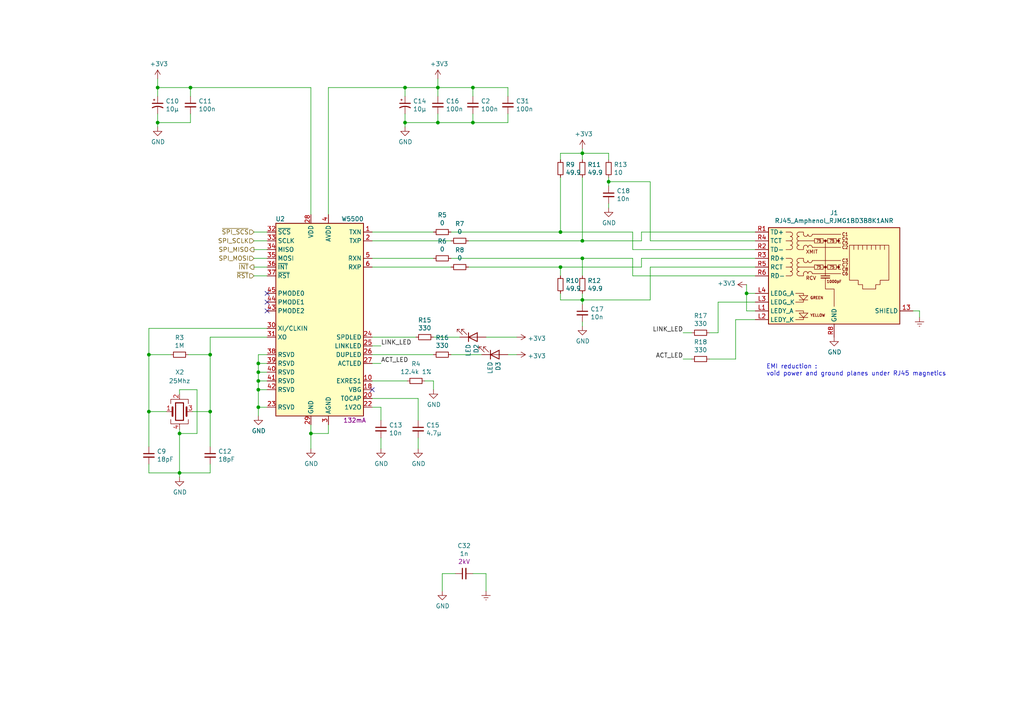
<source format=kicad_sch>
(kicad_sch (version 20200714) (host eeschema "5.99.0-unknown-039b6fd~102~ubuntu18.04.1")
  (page 2 4)
  (paper "A4")
  (title_block (title "picoHSM") (date "2020-09-11") (rev "v1.0") (company "Ledger"))
  (lib_symbols
    (symbol "Connector:RJ45_Amphenol_RJMG1BD3B8K1ANR" (pin_names (offset 0.508))
      (property "Reference" "J" (at 19.05 15.24 0))
      (property "Value" "RJ45_Amphenol_RJMG1BD3B8K1ANR" (at -19.05 15.24 0))
      (symbol "RJ45_Amphenol_RJMG1BD3B8K1ANR_0_1"
        (arc (start -12.7 0) (end -12.7 1.27) (radius (at -12.7 0.635) (length 0.635) (angles -89.9 89.9)))
        (arc (start -12.7 1.27) (end -12.7 2.54) (radius (at -12.7 1.905) (length 0.635) (angles -89.9 89.9)))
        (arc (start -12.7 2.54) (end -12.7 3.81) (radius (at -12.7 3.175) (length 0.635) (angles -89.9 89.9)))
        (arc (start -12.7 3.81) (end -12.7 5.08) (radius (at -12.7 4.445) (length 0.635) (angles -89.9 89.9)))
        (arc (start -12.7 7.62) (end -12.7 8.89) (radius (at -12.7 8.255) (length 0.635) (angles -89.9 89.9)))
        (arc (start -12.7 8.89) (end -12.7 10.16) (radius (at -12.7 9.525) (length 0.635) (angles -89.9 89.9)))
        (arc (start -12.7 10.16) (end -12.7 11.43) (radius (at -12.7 10.795) (length 0.635) (angles -89.9 89.9)))
        (arc (start -12.7 11.43) (end -12.7 12.7) (radius (at -12.7 12.065) (length 0.635) (angles -89.9 89.9)))
        (arc (start -10.16 1.27) (end -10.16 0) (radius (at -10.16 0.635) (length 0.635) (angles 90.1 -90.1)))
        (arc (start -10.16 2.54) (end -10.16 1.27) (radius (at -10.16 1.905) (length 0.635) (angles 90.1 -90.1)))
        (arc (start -10.16 3.81) (end -10.16 2.54) (radius (at -10.16 3.175) (length 0.635) (angles 90.1 -90.1)))
        (arc (start -10.16 5.08) (end -10.16 3.81) (radius (at -10.16 4.445) (length 0.635) (angles 90.1 -90.1)))
        (arc (start -10.16 8.89) (end -10.16 7.62) (radius (at -10.16 8.255) (length 0.635) (angles 90.1 -90.1)))
        (arc (start -10.16 10.16) (end -10.16 8.89) (radius (at -10.16 9.525) (length 0.635) (angles 90.1 -90.1)))
        (arc (start -10.16 11.43) (end -10.16 10.16) (radius (at -10.16 10.795) (length 0.635) (angles 90.1 -90.1)))
        (arc (start -10.16 12.7) (end -10.16 11.43) (radius (at -10.16 12.065) (length 0.635) (angles 90.1 -90.1)))
        (arc (start -7.62 0.635) (end -8.89 0.635) (radius (at -8.255 0.635) (length 0.635) (angles 0.1 179.9)))
        (arc (start -8.89 4.445) (end -7.62 4.445) (radius (at -8.255 4.445) (length 0.635) (angles -179.9 -0.1)))
        (arc (start -7.62 8.255) (end -8.89 8.255) (radius (at -8.255 8.255) (length 0.635) (angles 0.1 179.9)))
        (arc (start -8.89 12.065) (end -7.62 12.065) (radius (at -8.255 12.065) (length 0.635) (angles -179.9 -0.1)))
        (arc (start -6.35 0.635) (end -7.62 0.635) (radius (at -6.985 0.635) (length 0.635) (angles 0.1 179.9)))
        (arc (start -7.62 4.445) (end -6.35 4.445) (radius (at -6.985 4.445) (length 0.635) (angles -179.9 -0.1)))
        (arc (start -6.35 8.255) (end -7.62 8.255) (radius (at -6.985 8.255) (length 0.635) (angles 0.1 179.9)))
        (arc (start -7.62 12.065) (end -6.35 12.065) (radius (at -6.985 12.065) (length 0.635) (angles -179.9 -0.1)))
        (rectangle (start -19.05 -13.97) (end 19.05 13.97) (stroke (width 0.254)) (fill (type background)))
        (rectangle (start -5.715 3.175) (end -3.175 1.905))
        (rectangle (start -5.715 10.795) (end -3.175 9.525))
        (rectangle (start -1.905 3.175) (end 0.635 1.905))
        (rectangle (start -1.905 10.795) (end 0.635 9.525))
        (polyline (pts (xy -12.7 0) (xy -13.97 0)))
        (polyline (pts (xy -12.7 2.54) (xy -13.97 2.54)))
        (polyline (pts (xy -12.7 5.08) (xy -13.97 5.08)))
        (polyline (pts (xy -12.7 7.62) (xy -13.97 7.62)))
        (polyline (pts (xy -12.7 10.16) (xy -13.97 10.16)))
        (polyline (pts (xy -12.7 12.7) (xy -13.97 12.7)))
        (polyline (pts (xy -6.35 0.635) (xy 1.905 0.635)))
        (polyline (pts (xy -6.35 4.445) (xy 1.905 4.445)))
        (polyline (pts (xy -6.35 8.255) (xy 1.905 8.255)))
        (polyline (pts (xy -6.35 12.065) (xy 1.905 12.065)))
        (polyline (pts (xy -5.715 2.54) (xy -10.16 2.54)))
        (polyline (pts (xy -5.715 10.16) (xy -10.16 10.16)))
        (polyline (pts (xy -3.175 2.54) (xy -1.905 2.54)))
        (polyline (pts (xy -3.175 10.16) (xy -1.905 10.16)))
        (polyline (pts (xy 5.715 7.62) (xy 5.715 8.89)))
        (polyline (pts (xy 6.985 8.89) (xy 6.985 7.62)))
        (polyline (pts (xy 8.255 8.89) (xy 8.255 7.62)))
        (polyline (pts (xy 9.525 8.89) (xy 9.525 7.62)))
        (polyline (pts (xy 10.795 8.89) (xy 10.795 7.62)))
        (polyline (pts (xy 12.065 8.89) (xy 12.065 7.62)))
        (polyline (pts (xy 13.335 7.62) (xy 13.335 8.89)))
        (polyline (pts (xy 14.605 7.62) (xy 14.605 8.89)))
        (polyline (pts (xy -10.16 5.08) (xy -8.89 5.08) (xy -8.89 4.445)))
        (polyline (pts (xy -10.16 12.7) (xy -8.89 12.7) (xy -8.89 12.065)))
        (polyline (pts (xy -8.89 0.635) (xy -8.89 0) (xy -10.16 0)))
        (polyline (pts (xy -8.89 8.255) (xy -8.89 7.62) (xy -10.16 7.62)))
        (polyline (pts (xy 4.445 8.89) (xy 15.875 8.89) (xy 15.875 -1.27) (xy 13.335 -1.27) (xy 13.335 -2.54) (xy 12.065 -2.54) (xy 12.065 -3.81) (xy 8.255 -3.81) (xy 8.255 -2.54) (xy 6.985 -2.54) (xy 6.985 -1.27) (xy 4.445 -1.27) (xy 4.445 8.89)))
      )
      (symbol "RJ45_Amphenol_RJMG1BD3B8K1ANR_0_0"
        (circle (center -2.54 2.54) (radius 0.254) (stroke (width 0.254)) (fill (type outline)))
        (circle (center -2.54 10.16) (radius 0.254) (stroke (width 0.254)) (fill (type outline)))
        (circle (center 1.27 2.54) (radius 0.254) (stroke (width 0.254)) (fill (type outline)))
        (circle (center 1.27 10.16) (radius 0.254) (stroke (width 0.254)) (fill (type outline)))
        (text "1000pF" (at 0 -1.651 0) (effects (font (size 0.762 0.762))))
        (text "75" (at -4.445 2.54 0) (effects (font (size 0.762 0.762))))
        (text "75" (at -4.445 10.16 0) (effects (font (size 0.762 0.762))))
        (text "75" (at -0.635 2.54 0) (effects (font (size 0.762 0.762))))
        (text "75" (at -0.635 10.16 0) (effects (font (size 0.762 0.762))))
        (text "C1" (at 3.175 12.065 0) (effects (font (size 0.889 0.889))))
        (text "C2" (at 3.175 8.255 0) (effects (font (size 0.889 0.889))))
        (text "C3" (at 3.175 4.445 0) (effects (font (size 0.889 0.889))))
        (text "C4" (at 3.175 10.795 0) (effects (font (size 0.889 0.889))))
        (text "C5" (at 3.175 9.525 0) (effects (font (size 0.889 0.889))))
        (text "C6" (at 3.175 0.635 0) (effects (font (size 0.889 0.889))))
        (text "C7" (at 3.175 3.175 0) (effects (font (size 0.889 0.889))))
        (text "C8" (at 3.175 1.905 0) (effects (font (size 0.889 0.889))))
        (text "GREEN" (at -6.985 -6.35 0) (effects (font (size 0.762 0.762)) (justify left)))
        (text "RCV" (at -8.255 -0.635 0) (effects (font (size 1.016 1.016)) (justify left)))
        (text "XMIT" (at -8.255 6.985 0) (effects (font (size 1.016 1.016)) (justify left)))
        (text "YELLOW" (at -6.985 -11.43 0) (effects (font (size 0.762 0.762)) (justify left)))
        (polyline (pts (xy -7.62 -12.065) (xy -10.16 -12.065)))
        (polyline (pts (xy -7.62 -6.985) (xy -10.16 -6.985)))
        (polyline (pts (xy -2.54 10.16) (xy -2.54 0)))
        (polyline (pts (xy -1.27 -0.635) (xy -3.81 -0.635)) (stroke (width 0.254)))
        (polyline (pts (xy -1.27 0) (xy -3.81 0)) (stroke (width 0.254)))
        (polyline (pts (xy 1.27 2.54) (xy 0.635 2.54)))
        (polyline (pts (xy 1.27 10.16) (xy 0.635 10.16)))
        (polyline (pts (xy -11.176 -12.7) (xy -8.89 -12.7) (xy -8.89 -12.065)))
        (polyline (pts (xy -11.176 -10.16) (xy -8.89 -10.16) (xy -8.89 -10.795)))
        (polyline (pts (xy -11.176 -5.08) (xy -8.89 -5.08) (xy -8.89 -5.715)))
        (polyline (pts (xy -8.89 -6.985) (xy -8.89 -7.62) (xy -11.176 -7.62)))
        (polyline (pts (xy -10.16 -5.715) (xy -7.62 -5.715) (xy -8.89 -6.985) (xy -10.16 -5.715)))
        (polyline (pts (xy -7.62 -10.795) (xy -10.16 -10.795) (xy -8.89 -12.065) (xy -7.62 -10.795)))
        (polyline (pts (xy -2.54 -0.635) (xy -2.54 -3.81) (xy 0 -3.81) (xy 0 -8.89)))
        (polyline (pts (xy 1.905 3.175) (xy 1.27 3.175) (xy 1.27 1.905) (xy 1.905 1.905)))
        (polyline (pts (xy 1.905 10.795) (xy 1.27 10.795) (xy 1.27 9.525) (xy 1.905 9.525)))
      )
      (symbol "RJ45_Amphenol_RJMG1BD3B8K1ANR_1_1"
        (pin passive line (at 22.86 -10.16 180) (length 3.81) (name "SHIELD") (number "13"))
        (pin passive line (at -22.86 -10.16 0) (length 3.81) (name "LEDY_A") (number "L1"))
        (pin passive line (at -22.86 -12.7 0) (length 3.81) (name "LEDY_K") (number "L2"))
        (pin passive line (at -22.86 -7.62 0) (length 3.81) (name "LEDG_K") (number "L3"))
        (pin passive line (at -22.86 -5.08 0) (length 3.81) (name "LEDG_A") (number "L4"))
        (pin passive line (at -22.86 12.7 0) (length 3.81) (name "TD+") (number "R1"))
        (pin passive line (at -22.86 7.62 0) (length 3.81) (name "TD-") (number "R2"))
        (pin passive line (at -22.86 5.08 0) (length 3.81) (name "RD+") (number "R3"))
        (pin passive line (at -22.86 10.16 0) (length 3.81) (name "TCT") (number "R4"))
        (pin passive line (at -22.86 2.54 0) (length 3.81) (name "RCT") (number "R5"))
        (pin passive line (at -22.86 0 0) (length 3.81) (name "RD-") (number "R6"))
        (pin unconnected line (at 5.08 -5.08 0) (length 0) hide (name "NC") (number "R7"))
        (pin power_in line (at 0 -17.78 90) (length 3.81) (name "GND") (number "R8"))
      )
    )
    (symbol "Device:CP1_Small" (pin_numbers hide) (pin_names (offset 0.254) hide)
      (property "Reference" "C" (at 0.254 1.778 0))
      (property "Value" "CP1_Small" (at 0.254 -2.032 0))
      (symbol "CP1_Small_0_1"
        (arc (start -1.524 -0.762) (end 1.524 -0.762) (radius (at 0 -3.556) (length 3.175) (angles 118.6 61.4)) (stroke (width 0.3048)))
        (polyline (pts (xy -1.524 0.508) (xy 1.524 0.508)) (stroke (width 0.3048)))
        (polyline (pts (xy -1.27 1.524) (xy -0.762 1.524)))
        (polyline (pts (xy -1.016 1.27) (xy -1.016 1.778)))
      )
      (symbol "CP1_Small_1_1"
        (pin passive line (at 0 2.54 270) (length 2.032) (name "~") (number "1"))
        (pin passive line (at 0 -2.54 90) (length 2.032) (name "~") (number "2"))
      )
    )
    (symbol "Device:C_Small" (pin_numbers hide) (pin_names (offset 0.254) hide)
      (property "Reference" "C" (at 0.254 1.778 0))
      (property "Value" "C_Small" (at 0.254 -2.032 0))
      (symbol "C_Small_0_1"
        (polyline (pts (xy -1.524 -0.508) (xy 1.524 -0.508)) (stroke (width 0.3302)))
        (polyline (pts (xy -1.524 0.508) (xy 1.524 0.508)) (stroke (width 0.3048)))
      )
      (symbol "C_Small_1_1"
        (pin passive line (at 0 2.54 270) (length 2.032) (name "~") (number "1"))
        (pin passive line (at 0 -2.54 90) (length 2.032) (name "~") (number "2"))
      )
    )
    (symbol "Device:Crystal_GND24" (pin_names hide)
      (property "Reference" "Y" (at 3.175 5.08 0))
      (property "Value" "Crystal_GND24" (at 3.175 3.175 0))
      (symbol "Crystal_GND24_0_1"
        (rectangle (start -1.143 2.54) (end 1.143 -2.54) (stroke (width 0.3048)))
        (polyline (pts (xy -2.54 0) (xy -2.032 0)))
        (polyline (pts (xy -2.032 -1.27) (xy -2.032 1.27)) (stroke (width 0.508)))
        (polyline (pts (xy 0 -3.81) (xy 0 -3.556)))
        (polyline (pts (xy 0 3.556) (xy 0 3.81)))
        (polyline (pts (xy 2.032 -1.27) (xy 2.032 1.27)) (stroke (width 0.508)))
        (polyline (pts (xy 2.032 0) (xy 2.54 0)))
        (polyline (pts (xy -2.54 -2.286) (xy -2.54 -3.556) (xy 2.54 -3.556) (xy 2.54 -2.286)))
        (polyline (pts (xy -2.54 2.286) (xy -2.54 3.556) (xy 2.54 3.556) (xy 2.54 2.286)))
      )
      (symbol "Crystal_GND24_1_1"
        (pin passive line (at -3.81 0 0) (length 1.27) (name "1") (number "1"))
        (pin passive line (at 0 5.08 270) (length 1.27) (name "2") (number "2"))
        (pin passive line (at 3.81 0 180) (length 1.27) (name "3") (number "3"))
        (pin passive line (at 0 -5.08 90) (length 1.27) (name "4") (number "4"))
      )
    )
    (symbol "Device:LED" (pin_numbers hide) (pin_names hide)
      (property "Reference" "D" (at 0 2.54 0))
      (property "Value" "LED" (at 0 -2.54 0))
      (symbol "LED_0_1"
        (polyline (pts (xy -1.27 -1.27) (xy -1.27 1.27)) (stroke (width 0.254)))
        (polyline (pts (xy -1.27 0) (xy 1.27 0)))
        (polyline (pts (xy 1.27 -1.27) (xy 1.27 1.27) (xy -1.27 0) (xy 1.27 -1.27)) (stroke (width 0.254)))
        (polyline (pts (xy -3.048 -0.762) (xy -4.572 -2.286) (xy -3.81 -2.286) (xy -4.572 -2.286) (xy -4.572 -1.524)))
        (polyline (pts (xy -1.778 -0.762) (xy -3.302 -2.286) (xy -2.54 -2.286) (xy -3.302 -2.286) (xy -3.302 -1.524)))
      )
      (symbol "LED_1_1"
        (pin passive line (at -3.81 0 0) (length 2.54) (name "K") (number "1"))
        (pin passive line (at 3.81 0 180) (length 2.54) (name "A") (number "2"))
      )
    )
    (symbol "Device:R_Small" (pin_numbers hide) (pin_names (offset 0.254) hide)
      (property "Reference" "R" (at 0.762 0.508 0))
      (property "Value" "R_Small" (at 0.762 -1.016 0))
      (symbol "R_Small_0_1"
        (rectangle (start -0.762 1.778) (end 0.762 -1.778) (stroke (width 0.2032)))
      )
      (symbol "R_Small_1_1"
        (pin passive line (at 0 2.54 270) (length 0.762) (name "~") (number "1"))
        (pin passive line (at 0 -2.54 90) (length 0.762) (name "~") (number "2"))
      )
    )
    (symbol "Interface_Ethernet:W5500" (pin_names (offset 0.508))
      (property "Reference" "U" (at -11.43 29.21 0))
      (property "Value" "W5500" (at 8.89 29.21 0))
      (symbol "W5500_0_1"
        (rectangle (start -12.7 27.94) (end 12.7 -27.94) (stroke (width 0.254)) (fill (type background)))
      )
      (symbol "W5500_1_1"
        (pin output line (at 15.24 25.4 180) (length 2.54) (name "TXN") (number "1"))
        (pin passive line (at 15.24 -17.78 180) (length 2.54) (name "EXRES1") (number "10"))
        (pin passive line (at 2.54 30.48 270) (length 2.54) hide (name "AVDD") (number "11"))
        (pin unconnected line (at 12.7 7.62 180) (length 2.54) hide (name "NC") (number "12"))
        (pin unconnected line (at 12.7 5.08 180) (length 2.54) hide (name "NC") (number "13"))
        (pin passive line (at 2.54 -30.48 90) (length 2.54) hide (name "AGND") (number "14"))
        (pin passive line (at 2.54 30.48 270) (length 2.54) hide (name "AVDD") (number "15"))
        (pin passive line (at 2.54 -30.48 90) (length 2.54) hide (name "AGND") (number "16"))
        (pin passive line (at 2.54 30.48 270) (length 2.54) hide (name "AVDD") (number "17"))
        (pin passive line (at 15.24 -20.32 180) (length 2.54) (name "VBG") (number "18"))
        (pin passive line (at 2.54 -30.48 90) (length 2.54) hide (name "AGND") (number "19"))
        (pin output line (at 15.24 22.86 180) (length 2.54) (name "TXP") (number "2"))
        (pin passive line (at 15.24 -22.86 180) (length 2.54) (name "TOCAP") (number "20"))
        (pin passive line (at 2.54 30.48 270) (length 2.54) hide (name "AVDD") (number "21"))
        (pin output line (at 15.24 -25.4 180) (length 2.54) (name "1V2O") (number "22"))
        (pin input line (at -15.24 -25.4 0) (length 2.54) (name "RSVD") (number "23"))
        (pin output line (at 15.24 -5.08 180) (length 2.54) (name "SPDLED") (number "24"))
        (pin output line (at 15.24 -7.62 180) (length 2.54) (name "LINKLED") (number "25"))
        (pin output line (at 15.24 -10.16 180) (length 2.54) (name "DUPLED") (number "26"))
        (pin output line (at 15.24 -12.7 180) (length 2.54) (name "ACTLED") (number "27"))
        (pin power_in line (at -2.54 30.48 270) (length 2.54) (name "VDD") (number "28"))
        (pin power_in line (at -2.54 -30.48 90) (length 2.54) (name "GND") (number "29"))
        (pin power_in line (at 2.54 -30.48 90) (length 2.54) (name "AGND") (number "3"))
        (pin input line (at -15.24 -2.54 0) (length 2.54) (name "XI/CLKIN") (number "30"))
        (pin output line (at -15.24 -5.08 0) (length 2.54) (name "XO") (number "31"))
        (pin input line (at -15.24 25.4 0) (length 2.54) (name "~SCS") (number "32"))
        (pin input line (at -15.24 22.86 0) (length 2.54) (name "SCLK") (number "33"))
        (pin output line (at -15.24 20.32 0) (length 2.54) (name "MISO") (number "34"))
        (pin input line (at -15.24 17.78 0) (length 2.54) (name "MOSI") (number "35"))
        (pin input line (at -15.24 15.24 0) (length 2.54) (name "~INT") (number "36"))
        (pin input line (at -15.24 12.7 0) (length 2.54) (name "~RST") (number "37"))
        (pin input line (at -15.24 -10.16 0) (length 2.54) (name "RSVD") (number "38"))
        (pin input line (at -15.24 -12.7 0) (length 2.54) (name "RSVD") (number "39"))
        (pin power_in line (at 2.54 30.48 270) (length 2.54) (name "AVDD") (number "4"))
        (pin input line (at -15.24 -15.24 0) (length 2.54) (name "RSVD") (number "40"))
        (pin input line (at -15.24 -17.78 0) (length 2.54) (name "RSVD") (number "41"))
        (pin input line (at -15.24 -20.32 0) (length 2.54) (name "RSVD") (number "42"))
        (pin input line (at -15.24 2.54 0) (length 2.54) (name "PMODE2") (number "43"))
        (pin input line (at -15.24 5.08 0) (length 2.54) (name "PMODE1") (number "44"))
        (pin input line (at -15.24 7.62 0) (length 2.54) (name "PMODE0") (number "45"))
        (pin unconnected line (at 12.7 2.54 180) (length 2.54) hide (name "NC") (number "46"))
        (pin unconnected line (at 12.7 0 180) (length 2.54) hide (name "NC") (number "47"))
        (pin passive line (at 2.54 -30.48 90) (length 2.54) hide (name "AGND") (number "48"))
        (pin input line (at 15.24 17.78 180) (length 2.54) (name "RXN") (number "5"))
        (pin input line (at 15.24 15.24 180) (length 2.54) (name "RXP") (number "6"))
        (pin unconnected line (at 12.7 10.16 180) (length 2.54) hide (name "DNC") (number "7"))
        (pin passive line (at 2.54 30.48 270) (length 2.54) hide (name "AVDD") (number "8"))
        (pin passive line (at 2.54 -30.48 90) (length 2.54) hide (name "AGND") (number "9"))
      )
    )
    (symbol "power:+3V3" (power) (pin_names (offset 0))
      (property "Value" "+3V3" (at 0 3.556 0))
      (symbol "+3V3_0_1"
        (polyline (pts (xy -0.762 1.27) (xy 0 2.54)))
        (polyline (pts (xy 0 0) (xy 0 2.54)))
        (polyline (pts (xy 0 2.54) (xy 0.762 1.27)))
      )
      (symbol "+3V3_1_1"
        (pin power_in line (at 0 0 90) (length 0) hide (name "+3V3") (number "1"))
      )
    )
    (symbol "power:Earth" (power) (pin_names (offset 0))
      (symbol "Earth_0_1"
        (polyline (pts (xy -0.635 -1.905) (xy 0.635 -1.905)))
        (polyline (pts (xy -0.127 -2.54) (xy 0.127 -2.54)))
        (polyline (pts (xy 0 -1.27) (xy 0 0)))
        (polyline (pts (xy 1.27 -1.27) (xy -1.27 -1.27)))
      )
      (symbol "Earth_1_1"
        (pin power_in line (at 0 0 270) (length 0) hide (name "Earth") (number "1"))
      )
    )
    (symbol "power:GND" (power) (pin_names (offset 0))
      (property "Value" "GND" (at 0 -3.81 0))
      (symbol "GND_0_1"
        (polyline (pts (xy 0 0) (xy 0 -1.27) (xy 1.27 -1.27) (xy 0 -2.54) (xy -1.27 -1.27) (xy 0 -1.27)))
      )
      (symbol "GND_1_1"
        (pin power_in line (at 0 0 270) (length 0) hide (name "GND") (number "1"))
      )
    )
  )
  (junction (at 43.18 102.87))
  (junction (at 43.18 119.38))
  (junction (at 45.72 25.4))
  (junction (at 45.72 35.56))
  (junction (at 52.07 125.73))
  (junction (at 52.07 137.16))
  (junction (at 55.245 25.4))
  (junction (at 60.96 102.87))
  (junction (at 60.96 119.38))
  (junction (at 74.93 105.41))
  (junction (at 74.93 107.95))
  (junction (at 74.93 110.49))
  (junction (at 74.93 113.03))
  (junction (at 74.93 118.11))
  (junction (at 90.17 125.73))
  (junction (at 117.475 25.4))
  (junction (at 117.475 35.56))
  (junction (at 127 25.4))
  (junction (at 127 35.56))
  (junction (at 137.16 25.4))
  (junction (at 137.16 35.56))
  (junction (at 162.56 67.31))
  (junction (at 162.56 77.47))
  (junction (at 168.91 44.45))
  (junction (at 168.91 69.85))
  (junction (at 168.91 74.93))
  (junction (at 168.91 86.995))
  (junction (at 176.53 52.705))
  (junction (at 216.535 85.09))
  (no_connect (at 107.95 113.03))
  (no_connect (at 77.47 90.17))
  (no_connect (at 77.47 85.09))
  (no_connect (at 77.47 87.63))
  (wire (pts (xy 43.18 95.25) (xy 43.18 102.87)))
  (wire (pts (xy 43.18 102.87) (xy 49.53 102.87)))
  (wire (pts (xy 43.18 119.38) (xy 43.18 102.87)))
  (wire (pts (xy 43.18 119.38) (xy 43.18 129.54)))
  (wire (pts (xy 43.18 134.62) (xy 43.18 137.16)))
  (wire (pts (xy 43.18 137.16) (xy 52.07 137.16)))
  (wire (pts (xy 45.72 22.86) (xy 45.72 25.4)))
  (wire (pts (xy 45.72 25.4) (xy 45.72 27.94)))
  (wire (pts (xy 45.72 33.02) (xy 45.72 35.56)))
  (wire (pts (xy 45.72 35.56) (xy 45.72 36.83)))
  (wire (pts (xy 48.26 119.38) (xy 43.18 119.38)))
  (wire (pts (xy 52.07 113.03) (xy 52.07 114.3)))
  (wire (pts (xy 52.07 113.03) (xy 57.15 113.03)))
  (wire (pts (xy 52.07 124.46) (xy 52.07 125.73)))
  (wire (pts (xy 52.07 125.73) (xy 52.07 137.16)))
  (wire (pts (xy 52.07 137.16) (xy 52.07 138.43)))
  (wire (pts (xy 52.07 137.16) (xy 60.96 137.16)))
  (wire (pts (xy 54.61 102.87) (xy 60.96 102.87)))
  (wire (pts (xy 55.245 25.4) (xy 45.72 25.4)))
  (wire (pts (xy 55.245 25.4) (xy 55.245 27.94)))
  (wire (pts (xy 55.245 33.02) (xy 55.245 35.56)))
  (wire (pts (xy 55.245 35.56) (xy 45.72 35.56)))
  (wire (pts (xy 57.15 113.03) (xy 57.15 125.73)))
  (wire (pts (xy 57.15 125.73) (xy 52.07 125.73)))
  (wire (pts (xy 60.96 97.79) (xy 77.47 97.79)))
  (wire (pts (xy 60.96 102.87) (xy 60.96 97.79)))
  (wire (pts (xy 60.96 102.87) (xy 60.96 119.38)))
  (wire (pts (xy 60.96 119.38) (xy 55.88 119.38)))
  (wire (pts (xy 60.96 119.38) (xy 60.96 129.54)))
  (wire (pts (xy 60.96 137.16) (xy 60.96 134.62)))
  (wire (pts (xy 73.66 67.31) (xy 77.47 67.31)))
  (wire (pts (xy 73.66 69.85) (xy 77.47 69.85)))
  (wire (pts (xy 73.66 72.39) (xy 77.47 72.39)))
  (wire (pts (xy 73.66 74.93) (xy 77.47 74.93)))
  (wire (pts (xy 73.66 77.47) (xy 77.47 77.47)))
  (wire (pts (xy 73.66 80.01) (xy 77.47 80.01)))
  (wire (pts (xy 74.93 102.87) (xy 77.47 102.87)))
  (wire (pts (xy 74.93 105.41) (xy 74.93 102.87)))
  (wire (pts (xy 74.93 105.41) (xy 77.47 105.41)))
  (wire (pts (xy 74.93 107.95) (xy 74.93 105.41)))
  (wire (pts (xy 74.93 107.95) (xy 77.47 107.95)))
  (wire (pts (xy 74.93 110.49) (xy 74.93 107.95)))
  (wire (pts (xy 74.93 110.49) (xy 77.47 110.49)))
  (wire (pts (xy 74.93 113.03) (xy 74.93 110.49)))
  (wire (pts (xy 74.93 113.03) (xy 77.47 113.03)))
  (wire (pts (xy 74.93 118.11) (xy 74.93 113.03)))
  (wire (pts (xy 74.93 118.11) (xy 77.47 118.11)))
  (wire (pts (xy 74.93 120.65) (xy 74.93 118.11)))
  (wire (pts (xy 77.47 95.25) (xy 43.18 95.25)))
  (wire (pts (xy 90.17 25.4) (xy 55.245 25.4)))
  (wire (pts (xy 90.17 62.23) (xy 90.17 25.4)))
  (wire (pts (xy 90.17 123.19) (xy 90.17 125.73)))
  (wire (pts (xy 90.17 125.73) (xy 90.17 130.175)))
  (wire (pts (xy 95.25 25.4) (xy 117.475 25.4)))
  (wire (pts (xy 95.25 62.23) (xy 95.25 25.4)))
  (wire (pts (xy 95.25 123.19) (xy 95.25 125.73)))
  (wire (pts (xy 95.25 125.73) (xy 90.17 125.73)))
  (wire (pts (xy 107.95 67.31) (xy 125.73 67.31)))
  (wire (pts (xy 107.95 69.85) (xy 130.81 69.85)))
  (wire (pts (xy 107.95 74.93) (xy 125.73 74.93)))
  (wire (pts (xy 107.95 77.47) (xy 130.81 77.47)))
  (wire (pts (xy 107.95 97.79) (xy 120.65 97.79)))
  (wire (pts (xy 107.95 100.33) (xy 110.49 100.33)))
  (wire (pts (xy 107.95 102.87) (xy 125.73 102.87)))
  (wire (pts (xy 107.95 105.41) (xy 110.49 105.41)))
  (wire (pts (xy 107.95 110.49) (xy 118.11 110.49)))
  (wire (pts (xy 107.95 115.57) (xy 121.285 115.57)))
  (wire (pts (xy 110.49 118.11) (xy 107.95 118.11)))
  (wire (pts (xy 110.49 121.92) (xy 110.49 118.11)))
  (wire (pts (xy 110.49 127) (xy 110.49 130.175)))
  (wire (pts (xy 117.475 25.4) (xy 117.475 27.94)))
  (wire (pts (xy 117.475 33.02) (xy 117.475 35.56)))
  (wire (pts (xy 117.475 35.56) (xy 117.475 36.83)))
  (wire (pts (xy 121.285 115.57) (xy 121.285 121.92)))
  (wire (pts (xy 121.285 130.175) (xy 121.285 127)))
  (wire (pts (xy 123.19 110.49) (xy 125.73 110.49)))
  (wire (pts (xy 125.73 97.79) (xy 133.35 97.79)))
  (wire (pts (xy 125.73 110.49) (xy 125.73 113.03)))
  (wire (pts (xy 127 22.86) (xy 127 25.4)))
  (wire (pts (xy 127 25.4) (xy 117.475 25.4)))
  (wire (pts (xy 127 25.4) (xy 127 27.94)))
  (wire (pts (xy 127 33.02) (xy 127 35.56)))
  (wire (pts (xy 127 35.56) (xy 117.475 35.56)))
  (wire (pts (xy 128.27 166.37) (xy 128.27 171.45)))
  (wire (pts (xy 130.81 67.31) (xy 162.56 67.31)))
  (wire (pts (xy 130.81 74.93) (xy 168.91 74.93)))
  (wire (pts (xy 130.81 102.87) (xy 139.7 102.87)))
  (wire (pts (xy 132.08 166.37) (xy 128.27 166.37)))
  (wire (pts (xy 135.89 69.85) (xy 168.91 69.85)))
  (wire (pts (xy 135.89 77.47) (xy 162.56 77.47)))
  (wire (pts (xy 137.16 25.4) (xy 127 25.4)))
  (wire (pts (xy 137.16 25.4) (xy 137.16 27.94)))
  (wire (pts (xy 137.16 33.02) (xy 137.16 35.56)))
  (wire (pts (xy 137.16 35.56) (xy 127 35.56)))
  (wire (pts (xy 140.97 97.79) (xy 149.86 97.79)))
  (wire (pts (xy 140.97 166.37) (xy 137.16 166.37)))
  (wire (pts (xy 140.97 171.45) (xy 140.97 166.37)))
  (wire (pts (xy 147.32 25.4) (xy 137.16 25.4)))
  (wire (pts (xy 147.32 27.94) (xy 147.32 25.4)))
  (wire (pts (xy 147.32 33.02) (xy 147.32 35.56)))
  (wire (pts (xy 147.32 35.56) (xy 137.16 35.56)))
  (wire (pts (xy 147.32 102.87) (xy 149.86 102.87)))
  (wire (pts (xy 162.56 44.45) (xy 162.56 46.355)))
  (wire (pts (xy 162.56 44.45) (xy 168.91 44.45)))
  (wire (pts (xy 162.56 51.435) (xy 162.56 67.31)))
  (wire (pts (xy 162.56 67.31) (xy 183.515 67.31)))
  (wire (pts (xy 162.56 77.47) (xy 162.56 80.01)))
  (wire (pts (xy 162.56 77.47) (xy 186.055 77.47)))
  (wire (pts (xy 162.56 85.09) (xy 162.56 86.995)))
  (wire (pts (xy 162.56 86.995) (xy 168.91 86.995)))
  (wire (pts (xy 168.91 43.18) (xy 168.91 44.45)))
  (wire (pts (xy 168.91 44.45) (xy 168.91 46.355)))
  (wire (pts (xy 168.91 44.45) (xy 176.53 44.45)))
  (wire (pts (xy 168.91 51.435) (xy 168.91 69.85)))
  (wire (pts (xy 168.91 69.85) (xy 186.055 69.85)))
  (wire (pts (xy 168.91 74.93) (xy 168.91 80.01)))
  (wire (pts (xy 168.91 74.93) (xy 183.515 74.93)))
  (wire (pts (xy 168.91 86.995) (xy 168.91 85.09)))
  (wire (pts (xy 168.91 86.995) (xy 168.91 88.265)))
  (wire (pts (xy 168.91 93.345) (xy 168.91 94.615)))
  (wire (pts (xy 176.53 44.45) (xy 176.53 46.355)))
  (wire (pts (xy 176.53 51.435) (xy 176.53 52.705)))
  (wire (pts (xy 176.53 52.705) (xy 176.53 53.975)))
  (wire (pts (xy 176.53 52.705) (xy 188.595 52.705)))
  (wire (pts (xy 176.53 59.055) (xy 176.53 60.325)))
  (wire (pts (xy 183.515 72.39) (xy 183.515 67.31)))
  (wire (pts (xy 183.515 72.39) (xy 219.075 72.39)))
  (wire (pts (xy 183.515 80.01) (xy 183.515 74.93)))
  (wire (pts (xy 186.055 67.31) (xy 186.055 69.85)))
  (wire (pts (xy 186.055 67.31) (xy 219.075 67.31)))
  (wire (pts (xy 186.055 74.93) (xy 219.075 74.93)))
  (wire (pts (xy 186.055 77.47) (xy 186.055 74.93)))
  (wire (pts (xy 188.595 69.85) (xy 188.595 52.705)))
  (wire (pts (xy 188.595 77.47) (xy 188.595 86.995)))
  (wire (pts (xy 188.595 77.47) (xy 219.075 77.47)))
  (wire (pts (xy 188.595 86.995) (xy 168.91 86.995)))
  (wire (pts (xy 198.12 96.52) (xy 200.66 96.52)))
  (wire (pts (xy 198.12 104.14) (xy 200.66 104.14)))
  (wire (pts (xy 208.28 87.63) (xy 219.075 87.63)))
  (wire (pts (xy 208.28 96.52) (xy 205.74 96.52)))
  (wire (pts (xy 208.28 96.52) (xy 208.28 87.63)))
  (wire (pts (xy 213.36 92.71) (xy 213.36 104.14)))
  (wire (pts (xy 213.36 92.71) (xy 219.075 92.71)))
  (wire (pts (xy 213.36 104.14) (xy 205.74 104.14)))
  (wire (pts (xy 216.535 82.55) (xy 216.535 85.09)))
  (wire (pts (xy 216.535 85.09) (xy 216.535 90.17)))
  (wire (pts (xy 216.535 85.09) (xy 219.075 85.09)))
  (wire (pts (xy 216.535 90.17) (xy 219.075 90.17)))
  (wire (pts (xy 219.075 69.85) (xy 188.595 69.85)))
  (wire (pts (xy 219.075 80.01) (xy 183.515 80.01)))
  (wire (pts (xy 266.7 90.17) (xy 264.795 90.17)))
  (wire (pts (xy 266.7 92.075) (xy 266.7 90.17)))
  (text "EMI reduction :\nvoid power and ground planes under RJ45 magnetics" (at 222.25 109.22 0) (effects (font (size 1.27 1.27)) (justify left bottom)))
  (label "LINK_LED" (at 110.49 100.33 0))
  (label "ACT_LED" (at 110.49 105.41 0))
  (label "LINK_LED" (at 198.12 96.52 180))
  (label "ACT_LED" (at 198.12 104.14 180))
  (hierarchical_label "~SPI_SCS" (shape input) (at 73.66 67.31 180))
  (hierarchical_label "SPI_SCLK" (shape input) (at 73.66 69.85 180))
  (hierarchical_label "SPI_MISO" (shape output) (at 73.66 72.39 180))
  (hierarchical_label "SPI_MOSI" (shape input) (at 73.66 74.93 180))
  (hierarchical_label "~INT" (shape output) (at 73.66 77.47 180))
  (hierarchical_label "~RST" (shape input) (at 73.66 80.01 180))
  (symbol (lib_id "power:+3V3") (at 45.72 22.86 0) (unit 1)
    (property "Reference" "#PWR0150" (effects hide))
    (property "Value" "+3V3" (at 46.0883 18.5356 0))
  )
  (symbol (lib_id "power:+3V3") (at 127 22.86 0) (unit 1)
    (property "Reference" "#PWR0151" (effects hide))
    (property "Value" "+3V3" (at 127.3683 18.5356 0))
  )
  (symbol (lib_id "power:+3V3") (at 149.86 97.79 270) (unit 1)
    (property "Reference" "#PWR0112" (effects hide))
    (property "Value" "+3V3" (at 153.0351 98.1583 90) (effects (justify left)))
  )
  (symbol (lib_id "power:+3V3") (at 149.86 102.87 270) (unit 1)
    (property "Reference" "#PWR0111" (effects hide))
    (property "Value" "+3V3" (at 153.0351 103.2383 90) (effects (justify left)))
  )
  (symbol (lib_id "power:+3V3") (at 168.91 43.18 0) (unit 1)
    (property "Reference" "#PWR0113" (effects hide))
    (property "Value" "+3V3" (at 169.2783 38.8556 0))
  )
  (symbol (lib_id "power:+3V3") (at 216.535 82.55 90) (unit 1)
    (property "Reference" "#PWR0118" (effects hide))
    (property "Value" "+3V3" (at 213.3599 82.1817 90) (effects (justify left)))
  )
  (symbol (lib_id "power:GND") (at 45.72 36.83 0) (unit 1)
    (property "Reference" "#PWR0108" (effects hide))
    (property "Value" "GND" (at 45.8343 41.1544 0))
  )
  (symbol (lib_id "power:GND") (at 52.07 138.43 0) (unit 1)
    (property "Reference" "#PWR0114" (effects hide))
    (property "Value" "GND" (at 52.1843 142.7544 0))
  )
  (symbol (lib_id "power:GND") (at 74.93 120.65 0) (unit 1)
    (property "Reference" "#PWR0115" (effects hide))
    (property "Value" "GND" (at 75.0443 124.9744 0))
  )
  (symbol (lib_id "power:GND") (at 90.17 130.175 0) (unit 1)
    (property "Reference" "#PWR0123" (effects hide))
    (property "Value" "GND" (at 90.2843 134.4994 0))
  )
  (symbol (lib_id "power:GND") (at 110.49 130.175 0) (unit 1)
    (property "Reference" "#PWR0122" (effects hide))
    (property "Value" "GND" (at 110.6043 134.4994 0))
  )
  (symbol (lib_id "power:GND") (at 117.475 36.83 0) (unit 1)
    (property "Reference" "#PWR0116" (effects hide))
    (property "Value" "GND" (at 117.5893 41.1544 0))
  )
  (symbol (lib_id "power:GND") (at 121.285 130.175 0) (unit 1)
    (property "Reference" "#PWR0120" (effects hide))
    (property "Value" "GND" (at 121.3993 134.4994 0))
  )
  (symbol (lib_id "power:GND") (at 125.73 113.03 0) (unit 1)
    (property "Reference" "#PWR0121" (effects hide))
    (property "Value" "GND" (at 125.8443 117.3544 0))
  )
  (symbol (lib_id "power:GND") (at 128.27 171.45 0) (unit 1)
    (property "Reference" "#PWR0153" (effects hide))
    (property "Value" "GND" (at 128.3843 175.7744 0))
  )
  (symbol (lib_id "power:Earth") (at 140.97 171.45 0) (unit 1)
    (property "Reference" "#PWR0152" (effects hide))
    (property "Value" "Earth" (effects hide))
  )
  (symbol (lib_id "power:GND") (at 168.91 94.615 0) (unit 1)
    (property "Reference" "#PWR0110" (effects hide))
    (property "Value" "GND" (at 169.0243 98.9394 0))
  )
  (symbol (lib_id "power:GND") (at 176.53 60.325 0) (unit 1)
    (property "Reference" "#PWR0109" (effects hide))
    (property "Value" "GND" (at 176.6443 64.6494 0))
  )
  (symbol (lib_id "power:GND") (at 241.935 97.79 0) (unit 1)
    (property "Reference" "#PWR0117" (effects hide))
    (property "Value" "GND" (at 242.0493 102.1144 0))
  )
  (symbol (lib_id "power:Earth") (at 266.7 92.075 0) (unit 1)
    (property "Reference" "#PWR0119" (effects hide))
    (property "Value" "Earth" (effects hide))
  )
  (symbol (lib_id "Device:R_Small") (at 52.07 102.87 90) (unit 1)
    (property "Reference" "R3" (at 52.07 97.9232 90))
    (property "Value" "1M" (at 52.07 100.2219 90))
    (property "Footprint" "Resistor_SMD:R_0603_1608Metric" (effects hide))
    (property "Manufacturer" "Yageo" (effects hide))
    (property "ManufacturerRef" "RC0603FR-071ML" (effects hide))
    (property "Price" "0.0151" (effects hide))
    (property "Vendor" "Farnell" (effects hide))
    (property "VendorRef" "9238840" (effects hide))
  )
  (symbol (lib_id "Device:R_Small") (at 120.65 110.49 90) (unit 1)
    (property "Reference" "R4" (at 120.65 105.5432 90))
    (property "Value" "12.4k 1%" (at 120.65 107.8419 90))
    (property "Footprint" "Resistor_SMD:R_0603_1608Metric" (effects hide))
    (property "Manufacturer" "Vishay" (effects hide))
    (property "ManufacturerRef" "CRCW060312K4FKEA" (effects hide))
    (property "Price" "0.0407" (effects hide))
    (property "Vendor" "Farnell" (effects hide))
    (property "VendorRef" "1652836" (effects hide))
  )
  (symbol (lib_id "Device:R_Small") (at 123.19 97.79 90) (unit 1)
    (property "Reference" "R15" (at 123.19 92.8432 90))
    (property "Value" "330" (at 123.19 95.1419 90))
    (property "Footprint" "Resistor_SMD:R_0603_1608Metric" (effects hide))
    (property "Manufacturer" "Vishay" (effects hide))
    (property "ManufacturerRef" "CRCW0603330RFKEA" (effects hide))
    (property "Price" "0.0407" (effects hide))
    (property "Vendor" "Farnell" (effects hide))
    (property "VendorRef" "1469803" (effects hide))
  )
  (symbol (lib_id "Device:R_Small") (at 128.27 67.31 90) (unit 1)
    (property "Reference" "R5" (at 128.27 62.3632 90))
    (property "Value" "0" (at 128.27 64.6619 90))
    (property "Footprint" "Resistor_SMD:R_0603_1608Metric" (effects hide))
    (property "Manufacturer" "Multicomp Pro" (effects hide))
    (property "ManufacturerRef" "MCWR06X000 PTL" (effects hide))
    (property "Price" "0.004" (effects hide))
    (property "Vendor" "Farnell" (effects hide))
    (property "VendorRef" "2447743" (effects hide))
  )
  (symbol (lib_id "Device:R_Small") (at 128.27 74.93 90) (unit 1)
    (property "Reference" "R6" (at 128.27 69.9832 90))
    (property "Value" "0" (at 128.27 72.2819 90))
    (property "Footprint" "Resistor_SMD:R_0603_1608Metric" (effects hide))
    (property "Manufacturer" "Multicomp Pro" (effects hide))
    (property "ManufacturerRef" "MCWR06X000 PTL" (effects hide))
    (property "Price" "0.004" (effects hide))
    (property "Vendor" "Farnell" (effects hide))
    (property "VendorRef" "2447743" (effects hide))
  )
  (symbol (lib_id "Device:R_Small") (at 128.27 102.87 90) (unit 1)
    (property "Reference" "R16" (at 128.27 97.9232 90))
    (property "Value" "330" (at 128.27 100.2219 90))
    (property "Footprint" "Resistor_SMD:R_0603_1608Metric" (effects hide))
    (property "Manufacturer" "Vishay" (effects hide))
    (property "ManufacturerRef" "CRCW0603330RFKEA" (effects hide))
    (property "Price" "0.0407" (effects hide))
    (property "Vendor" "Farnell" (effects hide))
    (property "VendorRef" "1469803" (effects hide))
  )
  (symbol (lib_id "Device:R_Small") (at 133.35 69.85 90) (unit 1)
    (property "Reference" "R7" (at 133.35 64.9032 90))
    (property "Value" "0" (at 133.35 67.2019 90))
    (property "Footprint" "Resistor_SMD:R_0603_1608Metric" (effects hide))
    (property "Manufacturer" "Multicomp Pro" (effects hide))
    (property "ManufacturerRef" "MCWR06X000 PTL" (effects hide))
    (property "Price" "0.004" (effects hide))
    (property "Vendor" "Farnell" (effects hide))
    (property "VendorRef" "2447743" (effects hide))
  )
  (symbol (lib_id "Device:R_Small") (at 133.35 77.47 90) (unit 1)
    (property "Reference" "R8" (at 133.35 72.5232 90))
    (property "Value" "0" (at 133.35 74.8219 90))
    (property "Footprint" "Resistor_SMD:R_0603_1608Metric" (effects hide))
    (property "Manufacturer" "Multicomp Pro" (effects hide))
    (property "ManufacturerRef" "MCWR06X000 PTL" (effects hide))
    (property "Price" "0.004" (effects hide))
    (property "Vendor" "Farnell" (effects hide))
    (property "VendorRef" "2447743" (effects hide))
  )
  (symbol (lib_id "Device:R_Small") (at 162.56 48.895 180) (unit 1)
    (property "Reference" "R9" (at 164.0587 47.7456 0) (effects (justify right)))
    (property "Value" "49.9" (at 164.0587 50.0443 0) (effects (justify right)))
    (property "Footprint" "Resistor_SMD:R_0603_1608Metric" (effects hide))
    (property "Manufacturer" "Multicomp Pro" (effects hide))
    (property "ManufacturerRef" "MCWR06X49R9FTL" (effects hide))
    (property "Price" "0.0048" (effects hide))
    (property "Vendor" "Farnell" (effects hide))
    (property "VendorRef" "2447381" (effects hide))
  )
  (symbol (lib_id "Device:R_Small") (at 162.56 82.55 180) (unit 1)
    (property "Reference" "R10" (at 164.0587 81.4006 0) (effects (justify right)))
    (property "Value" "49.9" (at 164.0587 83.6993 0) (effects (justify right)))
    (property "Footprint" "Resistor_SMD:R_0603_1608Metric" (effects hide))
    (property "Manufacturer" "Multicomp Pro" (effects hide))
    (property "ManufacturerRef" "MCWR06X49R9FTL" (effects hide))
    (property "Price" "0.0048" (effects hide))
    (property "Vendor" "Farnell" (effects hide))
    (property "VendorRef" "2447381" (effects hide))
  )
  (symbol (lib_id "Device:R_Small") (at 168.91 48.895 180) (unit 1)
    (property "Reference" "R11" (at 170.4087 47.7456 0) (effects (justify right)))
    (property "Value" "49.9" (at 170.4087 50.0443 0) (effects (justify right)))
    (property "Footprint" "Resistor_SMD:R_0603_1608Metric" (effects hide))
    (property "Manufacturer" "Multicomp Pro" (effects hide))
    (property "ManufacturerRef" "MCWR06X49R9FTL" (effects hide))
    (property "Price" "0.0048" (effects hide))
    (property "Vendor" "Farnell" (effects hide))
    (property "VendorRef" "2447381" (effects hide))
  )
  (symbol (lib_id "Device:R_Small") (at 168.91 82.55 180) (unit 1)
    (property "Reference" "R12" (at 170.4087 81.4006 0) (effects (justify right)))
    (property "Value" "49.9" (at 170.4087 83.6993 0) (effects (justify right)))
    (property "Footprint" "Resistor_SMD:R_0603_1608Metric" (effects hide))
    (property "Manufacturer" "Multicomp Pro" (effects hide))
    (property "ManufacturerRef" "MCWR06X49R9FTL" (effects hide))
    (property "Price" "0.0048" (effects hide))
    (property "Vendor" "Farnell" (effects hide))
    (property "VendorRef" "2447381" (effects hide))
  )
  (symbol (lib_id "Device:R_Small") (at 176.53 48.895 180) (unit 1)
    (property "Reference" "R13" (at 178.0287 47.7456 0) (effects (justify right)))
    (property "Value" "10" (at 178.0287 50.0443 0) (effects (justify right)))
    (property "Footprint" "Resistor_SMD:R_0603_1608Metric" (effects hide))
    (property "Manufacturer" "Multicomp Pro" (effects hide))
    (property "ManufacturerRef" "MCWR06X10R0FTL" (effects hide))
    (property "Price" "0.0048" (effects hide))
    (property "Vendor" "Farnell" (effects hide))
    (property "VendorRef" "2447233" (effects hide))
  )
  (symbol (lib_id "Device:R_Small") (at 203.2 96.52 90) (unit 1)
    (property "Reference" "R17" (at 203.2 91.5732 90))
    (property "Value" "330" (at 203.2 93.8719 90))
    (property "Footprint" "Resistor_SMD:R_0603_1608Metric" (effects hide))
    (property "Manufacturer" "Vishay" (effects hide))
    (property "ManufacturerRef" "CRCW0603330RFKEA" (effects hide))
    (property "Price" "0.0407" (effects hide))
    (property "Vendor" "Farnell" (effects hide))
    (property "VendorRef" "1469803" (effects hide))
  )
  (symbol (lib_id "Device:R_Small") (at 203.2 104.14 90) (unit 1)
    (property "Reference" "R18" (at 203.2 99.1932 90))
    (property "Value" "330" (at 203.2 101.4919 90))
    (property "Footprint" "Resistor_SMD:R_0603_1608Metric" (effects hide))
    (property "Manufacturer" "Vishay" (effects hide))
    (property "ManufacturerRef" "CRCW0603330RFKEA" (effects hide))
    (property "Price" "0.0407" (effects hide))
    (property "Vendor" "Farnell" (effects hide))
    (property "VendorRef" "1469803" (effects hide))
  )
  (symbol (lib_id "Device:CP1_Small") (at 45.72 30.48 0) (unit 1)
    (property "Reference" "C10" (at 48.0315 29.3306 0) (effects (justify left)))
    (property "Value" "10µ" (at 48.0315 31.6293 0) (effects (justify left)))
    (property "Footprint" "Capacitor_Tantalum_SMD:CP_EIA-3216-10_Kemet-I" (effects hide))
    (property "Manufacturer" "AVX" (effects hide))
    (property "ManufacturerRef" "TAJA106K016SNJ" (effects hide))
    (property "Price" "0.205" (effects hide))
    (property "Vendor" "Farnell" (effects hide))
    (property "VendorRef" "2852725" (effects hide))
  )
  (symbol (lib_id "Device:CP1_Small") (at 117.475 30.48 0) (unit 1)
    (property "Reference" "C14" (at 119.7865 29.3306 0) (effects (justify left)))
    (property "Value" "10µ" (at 119.7865 31.6293 0) (effects (justify left)))
    (property "Footprint" "Capacitor_Tantalum_SMD:CP_EIA-3216-10_Kemet-I" (effects hide))
    (property "Manufacturer" "AVX" (effects hide))
    (property "ManufacturerRef" "TAJA106K016SNJ" (effects hide))
    (property "Price" "0.205" (effects hide))
    (property "Vendor" "Farnell" (effects hide))
    (property "VendorRef" "2852725" (effects hide))
  )
  (symbol (lib_id "Device:C_Small") (at 43.18 132.08 0) (unit 1)
    (property "Reference" "C9" (at 45.5042 130.9306 0) (effects (justify left)))
    (property "Value" "18pF" (at 45.5042 133.2293 0) (effects (justify left)))
    (property "Footprint" "Capacitor_SMD:C_0603_1608Metric" (effects hide))
    (property "Manufacturer" "Kemet" (effects hide))
    (property "ManufacturerRef" "C0603C180J5GACTU" (effects hide))
    (property "Price" "0.029" (effects hide))
    (property "Vendor" "Farnell" (effects hide))
    (property "VendorRef" "1414620" (effects hide))
  )
  (symbol (lib_id "Device:C_Small") (at 55.245 30.48 0) (unit 1)
    (property "Reference" "C11" (at 57.5692 29.3306 0) (effects (justify left)))
    (property "Value" "100n" (at 57.5692 31.6293 0) (effects (justify left)))
    (property "Footprint" "Capacitor_SMD:C_0603_1608Metric" (effects hide))
    (property "Manufacturer" "Multicomp" (effects hide))
    (property "ManufacturerRef" "MC0603B104K250CT" (effects hide))
    (property "Price" "0.0477" (effects hide))
    (property "Vendor" "Farnell" (effects hide))
    (property "VendorRef" "1759037" (effects hide))
  )
  (symbol (lib_id "Device:C_Small") (at 60.96 132.08 0) (unit 1)
    (property "Reference" "C12" (at 63.2842 130.9306 0) (effects (justify left)))
    (property "Value" "18pF" (at 63.2842 133.2293 0) (effects (justify left)))
    (property "Footprint" "Capacitor_SMD:C_0603_1608Metric" (effects hide))
    (property "Manufacturer" "Kemet" (effects hide))
    (property "ManufacturerRef" "C0603C180J5GACTU" (effects hide))
    (property "Price" "0.029" (effects hide))
    (property "Vendor" "Farnell" (effects hide))
    (property "VendorRef" "1414620" (effects hide))
  )
  (symbol (lib_id "Device:C_Small") (at 110.49 124.46 0) (unit 1)
    (property "Reference" "C13" (at 112.8142 123.3106 0) (effects (justify left)))
    (property "Value" "10n" (at 112.8142 125.6093 0) (effects (justify left)))
    (property "Footprint" "Capacitor_SMD:C_0603_1608Metric" (effects hide))
    (property "Manufacturer" "Murata" (effects hide))
    (property "ManufacturerRef" "GRM1885C1H103JA01D" (effects hide))
    (property "Price" "0.014" (effects hide))
    (property "Vendor" "Farnell" (effects hide))
    (property "VendorRef" "2456107" (effects hide))
  )
  (symbol (lib_id "Device:C_Small") (at 121.285 124.46 0) (unit 1)
    (property "Reference" "C15" (at 123.6092 123.3106 0) (effects (justify left)))
    (property "Value" "4.7µ" (at 123.6092 125.6093 0) (effects (justify left)))
    (property "Footprint" "Capacitor_SMD:C_0603_1608Metric" (effects hide))
    (property "Manufacturer" "TDK" (effects hide))
    (property "ManufacturerRef" "C1608X5R1E475M080AC" (effects hide))
    (property "Price" "0.175" (effects hide))
    (property "Vendor" "Farnell" (effects hide))
    (property "VendorRef" "2525102" (effects hide))
  )
  (symbol (lib_id "Device:C_Small") (at 127 30.48 0) (unit 1)
    (property "Reference" "C16" (at 129.3242 29.3306 0) (effects (justify left)))
    (property "Value" "100n" (at 129.3242 31.6293 0) (effects (justify left)))
    (property "Footprint" "Capacitor_SMD:C_0603_1608Metric" (effects hide))
    (property "Manufacturer" "Multicomp" (effects hide))
    (property "ManufacturerRef" "MC0603B104K250CT" (effects hide))
    (property "Price" "0.0477" (effects hide))
    (property "Vendor" "Farnell" (effects hide))
    (property "VendorRef" "1759037" (effects hide))
  )
  (symbol (lib_id "Device:C_Small") (at 134.62 166.37 90) (mirror x) (unit 1)
    (property "Reference" "C32" (at 134.62 158.2991 90))
    (property "Value" "1n" (at 134.62 160.5978 90))
    (property "Footprint" "Capacitor_SMD:C_1206_3216Metric_Pad1.42x1.75mm_HandSolder" (effects hide))
    (property "Voltage" "2kV" (at 134.62 162.8965 90))
    (property "Manufacturer" "Walsin" (effects hide))
    (property "ManufacturerRef" "1206B102K202CT" (effects hide))
    (property "Vendor" "Farnell" (effects hide))
    (property "VendorRef" "2497062" (effects hide))
    (property "Price" "0.143" (effects hide))
  )
  (symbol (lib_id "Device:C_Small") (at 137.16 30.48 0) (unit 1)
    (property "Reference" "C2" (at 139.4842 29.3306 0) (effects (justify left)))
    (property "Value" "100n" (at 139.4842 31.6293 0) (effects (justify left)))
    (property "Footprint" "Capacitor_SMD:C_0603_1608Metric" (effects hide))
    (property "Manufacturer" "Multicomp" (effects hide))
    (property "ManufacturerRef" "MC0603B104K250CT" (effects hide))
    (property "Price" "0.0477" (effects hide))
    (property "Vendor" "Farnell" (effects hide))
    (property "VendorRef" "1759037" (effects hide))
  )
  (symbol (lib_id "Device:C_Small") (at 147.32 30.48 0) (unit 1)
    (property "Reference" "C31" (at 149.6442 29.3306 0) (effects (justify left)))
    (property "Value" "100n" (at 149.6442 31.6293 0) (effects (justify left)))
    (property "Footprint" "Capacitor_SMD:C_0603_1608Metric" (effects hide))
    (property "Manufacturer" "Multicomp" (effects hide))
    (property "ManufacturerRef" "MC0603B104K250CT" (effects hide))
    (property "Price" "0.0477" (effects hide))
    (property "Vendor" "Farnell" (effects hide))
    (property "VendorRef" "1759037" (effects hide))
  )
  (symbol (lib_id "Device:C_Small") (at 168.91 90.805 0) (unit 1)
    (property "Reference" "C17" (at 171.2342 89.6556 0) (effects (justify left)))
    (property "Value" "10n" (at 171.2342 91.9543 0) (effects (justify left)))
    (property "Footprint" "Capacitor_SMD:C_0603_1608Metric" (effects hide))
    (property "Manufacturer" "Murata" (effects hide))
    (property "ManufacturerRef" "GRM1885C1H103JA01D" (effects hide))
    (property "Price" "0.014" (effects hide))
    (property "Vendor" "Farnell" (effects hide))
    (property "VendorRef" "2456107" (effects hide))
  )
  (symbol (lib_id "Device:C_Small") (at 176.53 56.515 0) (unit 1)
    (property "Reference" "C18" (at 178.8542 55.3656 0) (effects (justify left)))
    (property "Value" "10n" (at 178.8542 57.6643 0) (effects (justify left)))
    (property "Footprint" "Capacitor_SMD:C_0603_1608Metric" (effects hide))
    (property "Manufacturer" "Murata" (effects hide))
    (property "ManufacturerRef" "GRM1885C1H103JA01D" (effects hide))
    (property "Price" "0.014" (effects hide))
    (property "Vendor" "Farnell" (effects hide))
    (property "VendorRef" "2456107" (effects hide))
  )
  (symbol (lib_id "Device:LED") (at 137.16 97.79 0) (mirror x) (unit 1)
    (property "Reference" "D2" (at 138.1252 99.7712 90) (effects (justify left)))
    (property "Value" "LED" (at 135.8138 99.7712 90) (effects (justify left)))
    (property "Footprint" "Diode_SMD:D_0603_1608Metric" (effects hide))
    (property "Manufacturer" "Kingbright" (effects hide))
    (property "ManufacturerRef" "KPT-1608CGCK" (effects hide))
    (property "Price" "0.112" (effects hide))
    (property "Vendor" "Farnell" (effects hide))
    (property "VendorRef" "2099220" (effects hide))
  )
  (symbol (lib_id "Device:LED") (at 143.51 102.87 0) (mirror x) (unit 1)
    (property "Reference" "D3" (at 144.4752 104.8512 90) (effects (justify left)))
    (property "Value" "LED" (at 142.1638 104.8512 90) (effects (justify left)))
    (property "Footprint" "Diode_SMD:D_0603_1608Metric" (effects hide))
    (property "Manufacturer" "Kingbright" (effects hide))
    (property "ManufacturerRef" "KPT-1608CGCK" (effects hide))
    (property "Price" "0.112" (effects hide))
    (property "Vendor" "Farnell" (effects hide))
    (property "VendorRef" "2099220" (effects hide))
  )
  (symbol (lib_id "Device:Crystal_GND24") (at 52.07 119.38 0) (unit 1)
    (property "Reference" "X2" (at 50.8 107.95 0) (effects (justify left)))
    (property "Value" "25Mhz" (at 52.07 110.49 0))
    (property "Footprint" "Crystal:Crystal_SMD_5032-4Pin_5.0x3.2mm" (effects hide))
    (property "Manufacturer" "Abracon" (effects hide))
    (property "ManufacturerRef" "ABM3B-25.000MHZ-10-1-U-T" (effects hide))
    (property "Vendor" "Farnell" (effects hide))
    (property "VendorRef" "2467813" (effects hide))
    (property "Price" "1.08" (effects hide))
  )
  (symbol (lib_id "Connector:RJ45_Amphenol_RJMG1BD3B8K1ANR") (at 241.935 80.01 0) (unit 1)
    (property "Reference" "J1" (at 241.935 61.7282 0))
    (property "Value" "RJ45_Amphenol_RJMG1BD3B8K1ANR" (at 241.935 64.0269 0))
    (property "Footprint" "Connector_RJ:RJ45_Amphenol_RJMG1BD3B8K1ANR" (effects hide))
    (property "Datasheet" "https://www.amphenolcanada.com/ProductSearch/Drawings/AC/RJMG1BD3B8K1ANR.PDF" (effects hide))
    (property "Manufacturer" "Amphenol ICC" (effects hide))
    (property "ManufacturerRef" "RJMG1BD3B8K1ANR" (effects hide))
    (property "Price" "3.33" (effects hide))
    (property "Vendor" "Mouser" (effects hide))
    (property "VendorRef" "523-RJMG1BD3B8K1ANR" (effects hide))
  )
  (symbol (lib_id "Interface_Ethernet:W5500") (at 92.71 92.71 0) (unit 1)
    (property "Reference" "U2" (at 81.28 63.5 0))
    (property "Value" "W5500" (at 102.235 63.5 0))
    (property "Footprint" "Package_QFP:LQFP-48_7x7mm_P0.5mm" (effects hide))
    (property "Datasheet" "http://wizwiki.net/wiki/lib/exe/fetch.php/products:w5500:w5500_ds_v109e.pdf" (effects hide))
    (property "Current" "132mA" (at 102.87 121.92 0))
    (property "ManufacturerRef" "W5500" (effects hide))
    (property "Price" "2.16" (effects hide))
    (property "Vendor" "Mouser" (effects hide))
    (property "VendorRef" "950-W5500" (effects hide))
    (property "Manufacturer" "WIZNet" (effects hide))
  )
)
</source>
